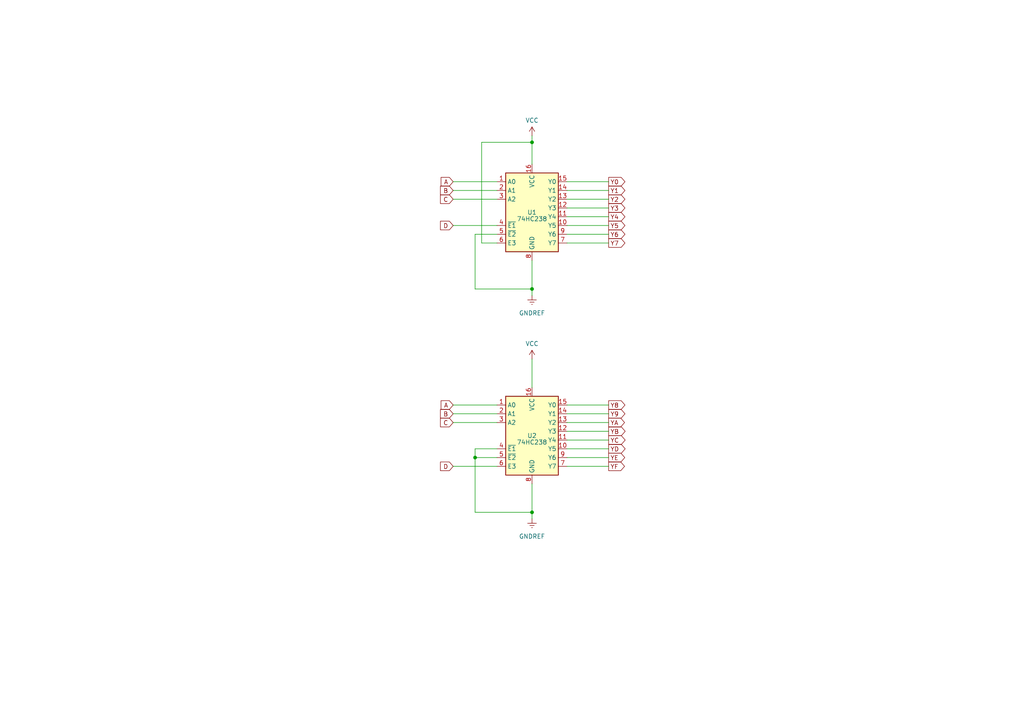
<source format=kicad_sch>
(kicad_sch (version 20230121) (generator eeschema)
  (paper "A4")
  (lib_symbols
    (symbol "74xx:74HC238"
      (property "Reference" "U" (at -7.62 13.97 0))
      (property "Value" "74HC238" (at 2.54 -11.43 0))
      (symbol "74HC238_0_1"
        (rectangle (start -7.62 12.7) (end 7.62 -10.16) (stroke (width 0.254)) (fill (type background)))
      )
      (symbol "74HC238_1_1"
        (pin input line (at -10.16 10.16 0) (length 2.54) (name "A0") (number "1"))
        (pin output line (at 10.16 -2.54 180) (length 2.54) (name "Y5") (number "10"))
        (pin output line (at 10.16 0 180) (length 2.54) (name "Y4") (number "11"))
        (pin output line (at 10.16 2.54 180) (length 2.54) (name "Y3") (number "12"))
        (pin output line (at 10.16 5.08 180) (length 2.54) (name "Y2") (number "13"))
        (pin output line (at 10.16 7.62 180) (length 2.54) (name "Y1") (number "14"))
        (pin output line (at 10.16 10.16 180) (length 2.54) (name "Y0") (number "15"))
        (pin power_in line (at 0 15.24 270) (length 2.54) (name "VCC") (number "16"))
        (pin input line (at -10.16 7.62 0) (length 2.54) (name "A1") (number "2"))
        (pin input line (at -10.16 5.08 0) (length 2.54) (name "A2") (number "3"))
        (pin input line (at -10.16 -2.54 0) (length 2.54) (name "~{E1}") (number "4"))
        (pin input line (at -10.16 -5.08 0) (length 2.54) (name "~{E2}") (number "5"))
        (pin input line (at -10.16 -7.62 0) (length 2.54) (name "E3") (number "6"))
        (pin output line (at 10.16 -7.62 180) (length 2.54) (name "Y7") (number "7"))
        (pin power_in line (at 0 -12.7 90) (length 2.54) (name "GND") (number "8"))
        (pin output line (at 10.16 -5.08 180) (length 2.54) (name "Y6") (number "9"))
      )
    )
    (symbol "power:GNDREF" (power) (pin_names (offset 0))
      (property "Value" "GNDREF" (at 0 -3.81 0))
      (symbol "GNDREF_0_1"
        (polyline (pts (xy -0.635 -1.905) (xy 0.635 -1.905)))
        (polyline (pts (xy -0.127 -2.54) (xy 0.127 -2.54)))
        (polyline (pts (xy 0 -1.27) (xy 0 0)))
        (polyline (pts (xy 1.27 -1.27) (xy -1.27 -1.27)))
      )
      (symbol "GNDREF_1_1"
        (pin power_in line (at 0 0 270) (length 0) hide (name "GNDREF") (number "1"))
      )
    )
    (symbol "power:VCC" (power) (pin_names (offset 0))
      (property "Value" "VCC" (at 0 3.81 0))
      (symbol "VCC_0_1"
        (polyline (pts (xy -0.762 1.27) (xy 0 2.54)))
        (polyline (pts (xy 0 0) (xy 0 2.54)))
        (polyline (pts (xy 0 2.54) (xy 0.762 1.27)))
      )
      (symbol "VCC_1_1"
        (pin power_in line (at 0 0 90) (length 0) hide (name "VCC") (number "1"))
      )
    )
  )
  (junction (at 137.795 132.715))
  (junction (at 154.305 83.82))
  (junction (at 154.305 148.59))
  (junction (at 154.305 41.275))
  (wire (pts (xy 131.445 52.705) (xy 144.145 52.705)))
  (wire (pts (xy 144.145 130.175) (xy 137.795 130.175)))
  (wire (pts (xy 176.53 55.245) (xy 164.465 55.245)))
  (wire (pts (xy 176.53 67.945) (xy 164.465 67.945)))
  (wire (pts (xy 131.445 55.245) (xy 144.145 55.245)))
  (wire (pts (xy 137.795 132.715) (xy 137.795 148.59)))
  (wire (pts (xy 176.53 122.555) (xy 164.465 122.555)))
  (wire (pts (xy 139.7 70.485) (xy 139.7 41.275)))
  (wire (pts (xy 154.305 85.725) (xy 154.305 83.82)))
  (wire (pts (xy 176.53 125.095) (xy 164.465 125.095)))
  (wire (pts (xy 176.53 52.705) (xy 164.465 52.705)))
  (wire (pts (xy 176.53 57.785) (xy 164.465 57.785)))
  (wire (pts (xy 137.795 67.945) (xy 137.795 83.82)))
  (wire (pts (xy 154.305 39.37) (xy 154.305 41.275)))
  (wire (pts (xy 131.445 57.785) (xy 144.145 57.785)))
  (wire (pts (xy 131.445 135.255) (xy 144.145 135.255)))
  (wire (pts (xy 137.795 130.175) (xy 137.795 132.715)))
  (wire (pts (xy 131.445 122.555) (xy 144.145 122.555)))
  (wire (pts (xy 131.445 120.015) (xy 144.145 120.015)))
  (wire (pts (xy 131.445 65.405) (xy 144.145 65.405)))
  (wire (pts (xy 176.53 130.175) (xy 164.465 130.175)))
  (wire (pts (xy 137.795 83.82) (xy 154.305 83.82)))
  (wire (pts (xy 154.305 104.14) (xy 154.305 112.395)))
  (wire (pts (xy 176.53 70.485) (xy 164.465 70.485)))
  (wire (pts (xy 176.53 117.475) (xy 164.465 117.475)))
  (wire (pts (xy 144.145 67.945) (xy 137.795 67.945)))
  (wire (pts (xy 131.445 117.475) (xy 144.145 117.475)))
  (wire (pts (xy 176.53 132.715) (xy 164.465 132.715)))
  (wire (pts (xy 154.305 41.275) (xy 154.305 47.625)))
  (wire (pts (xy 176.53 120.015) (xy 164.465 120.015)))
  (wire (pts (xy 176.53 127.635) (xy 164.465 127.635)))
  (wire (pts (xy 139.7 41.275) (xy 154.305 41.275)))
  (wire (pts (xy 137.795 148.59) (xy 154.305 148.59)))
  (wire (pts (xy 154.305 150.495) (xy 154.305 148.59)))
  (wire (pts (xy 144.145 70.485) (xy 139.7 70.485)))
  (wire (pts (xy 176.53 62.865) (xy 164.465 62.865)))
  (wire (pts (xy 176.53 65.405) (xy 164.465 65.405)))
  (wire (pts (xy 144.145 132.715) (xy 137.795 132.715)))
  (wire (pts (xy 176.53 135.255) (xy 164.465 135.255)))
  (wire (pts (xy 154.305 83.82) (xy 154.305 75.565)))
  (wire (pts (xy 176.53 60.325) (xy 164.465 60.325)))
  (wire (pts (xy 154.305 148.59) (xy 154.305 140.335)))
  (global_label "Y7" (shape output) (at 176.53 70.485 0) (property "Intersheetrefs" "${INTERSHEET_REFS}" (effects hide)))
  (global_label "Y0" (shape output) (at 176.53 52.705 0) (property "Intersheetrefs" "${INTERSHEET_REFS}" (effects hide)))
  (global_label "A" (shape input) (at 131.445 117.475 180) (property "Intersheetrefs" "${INTERSHEET_REFS}" (effects hide)))
  (global_label "Y9" (shape output) (at 176.53 120.015 0) (property "Intersheetrefs" "${INTERSHEET_REFS}" (effects hide)))
  (global_label "YC" (shape output) (at 176.53 127.635 0) (property "Intersheetrefs" "${INTERSHEET_REFS}" (effects hide)))
  (global_label "Y5" (shape output) (at 176.53 65.405 0) (property "Intersheetrefs" "${INTERSHEET_REFS}" (effects hide)))
  (global_label "C" (shape input) (at 131.445 57.785 180) (property "Intersheetrefs" "${INTERSHEET_REFS}" (effects hide)))
  (global_label "Y8" (shape output) (at 176.53 117.475 0) (property "Intersheetrefs" "${INTERSHEET_REFS}" (effects hide)))
  (global_label "Y3" (shape output) (at 176.53 60.325 0) (property "Intersheetrefs" "${INTERSHEET_REFS}" (effects hide)))
  (global_label "B" (shape input) (at 131.445 55.245 180) (property "Intersheetrefs" "${INTERSHEET_REFS}" (effects hide)))
  (global_label "D" (shape input) (at 131.445 65.405 180) (property "Intersheetrefs" "${INTERSHEET_REFS}" (effects hide)))
  (global_label "YE" (shape output) (at 176.53 132.715 0) (property "Intersheetrefs" "${INTERSHEET_REFS}" (effects hide)))
  (global_label "YD" (shape output) (at 176.53 130.175 0) (property "Intersheetrefs" "${INTERSHEET_REFS}" (effects hide)))
  (global_label "YF" (shape output) (at 176.53 135.255 0) (property "Intersheetrefs" "${INTERSHEET_REFS}" (effects hide)))
  (global_label "YB" (shape output) (at 176.53 125.095 0) (property "Intersheetrefs" "${INTERSHEET_REFS}" (effects hide)))
  (global_label "C" (shape input) (at 131.445 122.555 180) (property "Intersheetrefs" "${INTERSHEET_REFS}" (effects hide)))
  (global_label "A" (shape input) (at 131.445 52.705 180) (property "Intersheetrefs" "${INTERSHEET_REFS}" (effects hide)))
  (global_label "B" (shape input) (at 131.445 120.015 180) (property "Intersheetrefs" "${INTERSHEET_REFS}" (effects hide)))
  (global_label "D" (shape input) (at 131.445 135.255 180) (property "Intersheetrefs" "${INTERSHEET_REFS}" (effects hide)))
  (global_label "Y2" (shape output) (at 176.53 57.785 0) (property "Intersheetrefs" "${INTERSHEET_REFS}" (effects hide)))
  (global_label "Y1" (shape output) (at 176.53 55.245 0) (property "Intersheetrefs" "${INTERSHEET_REFS}" (effects hide)))
  (global_label "YA" (shape output) (at 176.53 122.555 0) (property "Intersheetrefs" "${INTERSHEET_REFS}" (effects hide)))
  (global_label "Y6" (shape output) (at 176.53 67.945 0) (property "Intersheetrefs" "${INTERSHEET_REFS}" (effects hide)))
  (global_label "Y4" (shape output) (at 176.53 62.865 0) (property "Intersheetrefs" "${INTERSHEET_REFS}" (effects hide)))
  (symbol (lib_id "power:GNDREF") (at 154.305 85.725 0) (unit 1)
    (property "Reference" "#PWR02" (effects hide))
    (property "Value" "GNDREF" (at 154.305 90.805 0))
  )
  (symbol (lib_id "power:VCC") (at 154.305 39.37 0) (unit 1)
    (property "Reference" "#PWR01" (effects hide))
    (property "Value" "VCC" (at 154.305 34.925 0))
  )
  (symbol (lib_id "power:GNDREF") (at 154.305 150.495 0) (unit 1)
    (property "Reference" "#PWR04" (effects hide))
    (property "Value" "GNDREF" (at 154.305 155.575 0))
  )
  (symbol (lib_id "power:VCC") (at 154.305 104.14 0) (unit 1)
    (property "Reference" "#PWR03" (effects hide))
    (property "Value" "VCC" (at 154.305 99.695 0))
  )
  (symbol (lib_id "74xx:74HC238") (at 154.305 127.635 0) (unit 1)
    (property "Reference" "U2" (at 154.305 126.365 0))
    (property "Value" "74HC238" (at 154.305 128.27 0))
    (property "Datasheet" "https://www.ti.com/lit/ds/symlink/cd74hc238.pdf" (effects hide))
  )
  (symbol (lib_id "74xx:74HC238") (at 154.305 62.865 0) (unit 1)
    (property "Reference" "U1" (at 154.305 61.595 0))
    (property "Value" "74HC238" (at 154.305 63.5 0))
    (property "Datasheet" "https://www.ti.com/lit/ds/symlink/cd74hc238.pdf" (effects hide))
  )
)
</source>
